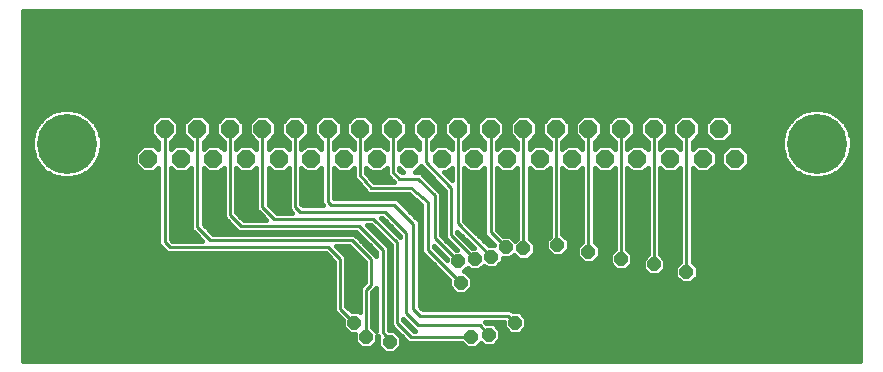
<source format=gbl>
G75*
%MOIN*%
%OFA0B0*%
%FSLAX25Y25*%
%IPPOS*%
%LPD*%
%AMOC8*
5,1,8,0,0,1.08239X$1,22.5*
%
%ADD10OC8,0.06000*%
%ADD11C,0.20000*%
%ADD12OC8,0.04362*%
%ADD13C,0.01000*%
%ADD14C,0.01600*%
D10*
X0056802Y0124239D03*
X0067702Y0124239D03*
X0078502Y0124239D03*
X0089402Y0124239D03*
X0100302Y0124239D03*
X0111102Y0124239D03*
X0122002Y0124239D03*
X0132902Y0124239D03*
X0143702Y0124239D03*
X0154602Y0124239D03*
X0165502Y0124239D03*
X0176302Y0124239D03*
X0187202Y0124239D03*
X0198102Y0124239D03*
X0209002Y0124239D03*
X0219802Y0124239D03*
X0230702Y0124239D03*
X0241602Y0124239D03*
X0252402Y0124239D03*
X0247002Y0134239D03*
X0236102Y0134239D03*
X0225302Y0134239D03*
X0214402Y0134239D03*
X0203502Y0134239D03*
X0192702Y0134239D03*
X0181802Y0134239D03*
X0170902Y0134239D03*
X0160002Y0134239D03*
X0149202Y0134239D03*
X0138302Y0134239D03*
X0127402Y0134239D03*
X0116602Y0134239D03*
X0105702Y0134239D03*
X0094802Y0134239D03*
X0084002Y0134239D03*
X0073102Y0134239D03*
X0062202Y0134239D03*
D11*
X0029602Y0129239D03*
X0279602Y0129239D03*
D12*
X0225302Y0089073D03*
X0214402Y0090771D03*
X0203502Y0093257D03*
X0193185Y0095538D03*
X0181802Y0094392D03*
X0175862Y0094751D03*
X0171138Y0091601D03*
X0165626Y0090814D03*
X0160114Y0090026D03*
X0160902Y0082940D03*
X0179012Y0069554D03*
X0170350Y0065617D03*
X0164445Y0064830D03*
X0137280Y0063255D03*
X0129406Y0064830D03*
X0125469Y0069554D03*
X0236102Y0086487D03*
D13*
X0236102Y0134239D01*
X0225302Y0134239D02*
X0225302Y0089073D01*
X0214402Y0090771D02*
X0214402Y0134239D01*
X0203502Y0134239D02*
X0203502Y0093257D01*
X0193185Y0095538D02*
X0192702Y0096021D01*
X0192702Y0134239D01*
X0181802Y0134239D02*
X0181802Y0094392D01*
X0175862Y0094751D02*
X0170902Y0099711D01*
X0170902Y0134239D01*
X0160002Y0134239D02*
X0160002Y0102737D01*
X0171138Y0091601D01*
X0165626Y0090814D02*
X0157752Y0098688D01*
X0157752Y0114436D01*
X0149202Y0122985D01*
X0149202Y0134239D01*
X0138302Y0134239D02*
X0138302Y0119712D01*
X0140429Y0117585D01*
X0146728Y0117585D01*
X0152240Y0112074D01*
X0152240Y0097900D01*
X0160114Y0090026D01*
X0160902Y0082940D02*
X0149878Y0093963D01*
X0149878Y0109711D01*
X0144366Y0114436D01*
X0130980Y0114436D01*
X0127402Y0118801D01*
X0127402Y0134239D01*
X0116602Y0134239D02*
X0116602Y0109916D01*
X0117594Y0108924D01*
X0138854Y0108924D01*
X0145154Y0102625D01*
X0145154Y0074278D01*
X0147516Y0071916D01*
X0176650Y0071916D01*
X0179012Y0069554D01*
X0170350Y0065617D02*
X0167201Y0068767D01*
X0146728Y0068767D01*
X0142791Y0072704D01*
X0142791Y0099475D01*
X0135705Y0106562D01*
X0107358Y0106562D01*
X0105702Y0108218D01*
X0105702Y0134239D01*
X0094802Y0134239D02*
X0094802Y0108094D01*
X0098697Y0104200D01*
X0131768Y0104200D01*
X0139642Y0096326D01*
X0139642Y0069554D01*
X0144366Y0064830D01*
X0164445Y0064830D01*
X0137280Y0063255D02*
X0134917Y0066404D01*
X0134917Y0093963D01*
X0127043Y0101837D01*
X0087673Y0101837D01*
X0084002Y0105508D01*
X0084002Y0134239D01*
X0073102Y0134239D02*
X0073102Y0101448D01*
X0077437Y0097113D01*
X0124681Y0097113D01*
X0130980Y0090814D01*
X0130980Y0082152D01*
X0129406Y0080578D01*
X0129406Y0064830D01*
X0125469Y0069554D02*
X0120744Y0074278D01*
X0120744Y0090814D01*
X0116807Y0094751D01*
X0064051Y0094751D01*
X0062202Y0096600D01*
X0062202Y0134239D01*
D14*
X0015170Y0173553D02*
X0015170Y0056893D01*
X0294035Y0056893D01*
X0294035Y0173553D01*
X0015170Y0173553D01*
X0015170Y0172091D02*
X0294035Y0172091D01*
X0294035Y0170492D02*
X0015170Y0170492D01*
X0015170Y0168894D02*
X0294035Y0168894D01*
X0294035Y0167295D02*
X0015170Y0167295D01*
X0015170Y0165697D02*
X0294035Y0165697D01*
X0294035Y0164098D02*
X0015170Y0164098D01*
X0015170Y0162500D02*
X0294035Y0162500D01*
X0294035Y0160901D02*
X0015170Y0160901D01*
X0015170Y0159303D02*
X0294035Y0159303D01*
X0294035Y0157704D02*
X0015170Y0157704D01*
X0015170Y0156106D02*
X0294035Y0156106D01*
X0294035Y0154507D02*
X0015170Y0154507D01*
X0015170Y0152909D02*
X0294035Y0152909D01*
X0294035Y0151310D02*
X0015170Y0151310D01*
X0015170Y0149712D02*
X0294035Y0149712D01*
X0294035Y0148113D02*
X0015170Y0148113D01*
X0015170Y0146515D02*
X0294035Y0146515D01*
X0294035Y0144916D02*
X0015170Y0144916D01*
X0015170Y0143318D02*
X0294035Y0143318D01*
X0294035Y0141719D02*
X0015170Y0141719D01*
X0015170Y0140120D02*
X0025442Y0140120D01*
X0025130Y0140037D02*
X0022488Y0138511D01*
X0020330Y0136354D01*
X0018805Y0133712D01*
X0018015Y0130764D01*
X0018015Y0127713D01*
X0018805Y0124766D01*
X0020330Y0122124D01*
X0022488Y0119967D01*
X0025130Y0118441D01*
X0028077Y0117652D01*
X0031128Y0117652D01*
X0034075Y0118441D01*
X0036717Y0119967D01*
X0038875Y0122124D01*
X0040400Y0124766D01*
X0041190Y0127713D01*
X0041190Y0130764D01*
X0040400Y0133712D01*
X0038875Y0136354D01*
X0036717Y0138511D01*
X0034075Y0140037D01*
X0031128Y0140826D01*
X0028077Y0140826D01*
X0025130Y0140037D01*
X0022506Y0138522D02*
X0015170Y0138522D01*
X0015170Y0136923D02*
X0020900Y0136923D01*
X0019736Y0135325D02*
X0015170Y0135325D01*
X0015170Y0133726D02*
X0018813Y0133726D01*
X0018380Y0132128D02*
X0015170Y0132128D01*
X0015170Y0130529D02*
X0018015Y0130529D01*
X0018015Y0128931D02*
X0015170Y0128931D01*
X0015170Y0127332D02*
X0018117Y0127332D01*
X0018545Y0125734D02*
X0015170Y0125734D01*
X0015170Y0124135D02*
X0019169Y0124135D01*
X0020092Y0122537D02*
X0015170Y0122537D01*
X0015170Y0120938D02*
X0021516Y0120938D01*
X0023573Y0119340D02*
X0015170Y0119340D01*
X0015170Y0117741D02*
X0027742Y0117741D01*
X0031463Y0117741D02*
X0060115Y0117741D01*
X0060115Y0116143D02*
X0015170Y0116143D01*
X0015170Y0114544D02*
X0060115Y0114544D01*
X0060115Y0112946D02*
X0015170Y0112946D01*
X0015170Y0111347D02*
X0060115Y0111347D01*
X0060115Y0109749D02*
X0015170Y0109749D01*
X0015170Y0108150D02*
X0060115Y0108150D01*
X0060115Y0106552D02*
X0015170Y0106552D01*
X0015170Y0104953D02*
X0060115Y0104953D01*
X0060115Y0103355D02*
X0015170Y0103355D01*
X0015170Y0101756D02*
X0060115Y0101756D01*
X0060115Y0100158D02*
X0015170Y0100158D01*
X0015170Y0098559D02*
X0060115Y0098559D01*
X0060115Y0096961D02*
X0015170Y0096961D01*
X0015170Y0095362D02*
X0060488Y0095362D01*
X0060115Y0095735D02*
X0061338Y0094512D01*
X0063187Y0092663D01*
X0115942Y0092663D01*
X0118657Y0089949D01*
X0118657Y0073414D01*
X0119879Y0072191D01*
X0121700Y0070370D01*
X0121700Y0067993D01*
X0123908Y0065785D01*
X0125637Y0065785D01*
X0125637Y0063269D01*
X0127845Y0061061D01*
X0130966Y0061061D01*
X0133174Y0063269D01*
X0133174Y0065196D01*
X0133336Y0065033D01*
X0133511Y0064800D01*
X0133511Y0061694D01*
X0135719Y0059486D01*
X0138840Y0059486D01*
X0141048Y0061694D01*
X0141048Y0064816D01*
X0138840Y0067023D01*
X0137062Y0067023D01*
X0137005Y0067100D01*
X0137005Y0094828D01*
X0129721Y0102112D01*
X0130903Y0102112D01*
X0137554Y0095461D01*
X0137554Y0068689D01*
X0138777Y0067467D01*
X0143502Y0062742D01*
X0161203Y0062742D01*
X0162884Y0061061D01*
X0166006Y0061061D01*
X0167791Y0062847D01*
X0168789Y0061848D01*
X0171911Y0061848D01*
X0174119Y0064056D01*
X0174119Y0067178D01*
X0171911Y0069385D01*
X0169534Y0069385D01*
X0169288Y0069631D01*
X0169288Y0069631D01*
X0169091Y0069829D01*
X0175243Y0069829D01*
X0175243Y0067993D01*
X0177451Y0065785D01*
X0180573Y0065785D01*
X0182780Y0067993D01*
X0182780Y0071115D01*
X0180573Y0073322D01*
X0178195Y0073322D01*
X0177514Y0074004D01*
X0148380Y0074004D01*
X0147241Y0075143D01*
X0147241Y0103489D01*
X0140942Y0109789D01*
X0139719Y0111011D01*
X0118690Y0111011D01*
X0118690Y0121064D01*
X0120102Y0119652D01*
X0123903Y0119652D01*
X0125315Y0121064D01*
X0125315Y0118904D01*
X0125240Y0118147D01*
X0125315Y0118055D01*
X0125315Y0117937D01*
X0125853Y0117398D01*
X0128893Y0113690D01*
X0128893Y0113571D01*
X0129431Y0113033D01*
X0129914Y0112444D01*
X0130032Y0112432D01*
X0130116Y0112348D01*
X0130877Y0112348D01*
X0131635Y0112273D01*
X0131726Y0112348D01*
X0143594Y0112348D01*
X0147791Y0108751D01*
X0147791Y0093099D01*
X0149013Y0091876D01*
X0157133Y0083756D01*
X0157133Y0081379D01*
X0159341Y0079171D01*
X0162463Y0079171D01*
X0164670Y0081379D01*
X0164670Y0084501D01*
X0162463Y0086708D01*
X0162125Y0086708D01*
X0163264Y0087847D01*
X0164065Y0087045D01*
X0167187Y0087045D01*
X0168776Y0088634D01*
X0169577Y0087833D01*
X0172699Y0087833D01*
X0174906Y0090040D01*
X0174906Y0090982D01*
X0177423Y0090982D01*
X0178653Y0092212D01*
X0180241Y0090623D01*
X0183363Y0090623D01*
X0185571Y0092831D01*
X0185571Y0095953D01*
X0183890Y0097634D01*
X0183890Y0121064D01*
X0185302Y0119652D01*
X0189103Y0119652D01*
X0190615Y0121164D01*
X0190615Y0098298D01*
X0189417Y0097099D01*
X0189417Y0093977D01*
X0191624Y0091770D01*
X0194746Y0091770D01*
X0196954Y0093977D01*
X0196954Y0097099D01*
X0194790Y0099263D01*
X0194790Y0121064D01*
X0196202Y0119652D01*
X0200003Y0119652D01*
X0201415Y0121064D01*
X0201415Y0096499D01*
X0199734Y0094818D01*
X0199734Y0091696D01*
X0201941Y0089489D01*
X0205063Y0089489D01*
X0207271Y0091696D01*
X0207271Y0094818D01*
X0205590Y0096499D01*
X0205590Y0121164D01*
X0207102Y0119652D01*
X0210903Y0119652D01*
X0212315Y0121064D01*
X0212315Y0094013D01*
X0210634Y0092332D01*
X0210634Y0089210D01*
X0212841Y0087003D01*
X0215963Y0087003D01*
X0218171Y0089210D01*
X0218171Y0092332D01*
X0216490Y0094013D01*
X0216490Y0121064D01*
X0217902Y0119652D01*
X0221703Y0119652D01*
X0223215Y0121164D01*
X0223215Y0092315D01*
X0221534Y0090634D01*
X0221534Y0087512D01*
X0223741Y0085304D01*
X0226863Y0085304D01*
X0229071Y0087512D01*
X0229071Y0090634D01*
X0227390Y0092315D01*
X0227390Y0121064D01*
X0228802Y0119652D01*
X0232603Y0119652D01*
X0234015Y0121064D01*
X0234015Y0089729D01*
X0232334Y0088048D01*
X0232334Y0084926D01*
X0234541Y0082719D01*
X0237663Y0082719D01*
X0239871Y0084926D01*
X0239871Y0088048D01*
X0238190Y0089729D01*
X0238190Y0121164D01*
X0239702Y0119652D01*
X0243503Y0119652D01*
X0246190Y0122339D01*
X0246190Y0126139D01*
X0243503Y0128826D01*
X0239702Y0128826D01*
X0238190Y0127314D01*
X0238190Y0129839D01*
X0240690Y0132339D01*
X0240690Y0136139D01*
X0238003Y0138826D01*
X0234202Y0138826D01*
X0231515Y0136139D01*
X0231515Y0132339D01*
X0234015Y0129839D01*
X0234015Y0127414D01*
X0232603Y0128826D01*
X0228802Y0128826D01*
X0227390Y0127414D01*
X0227390Y0129839D01*
X0229890Y0132339D01*
X0229890Y0136139D01*
X0227203Y0138826D01*
X0223402Y0138826D01*
X0220715Y0136139D01*
X0220715Y0132339D01*
X0223215Y0129839D01*
X0223215Y0127314D01*
X0221703Y0128826D01*
X0217902Y0128826D01*
X0216490Y0127414D01*
X0216490Y0129839D01*
X0218990Y0132339D01*
X0218990Y0136139D01*
X0216303Y0138826D01*
X0212502Y0138826D01*
X0209815Y0136139D01*
X0209815Y0132339D01*
X0212315Y0129839D01*
X0212315Y0127414D01*
X0210903Y0128826D01*
X0207102Y0128826D01*
X0205590Y0127314D01*
X0205590Y0129839D01*
X0208090Y0132339D01*
X0208090Y0136139D01*
X0205403Y0138826D01*
X0201602Y0138826D01*
X0198915Y0136139D01*
X0198915Y0132339D01*
X0201415Y0129839D01*
X0201415Y0127414D01*
X0200003Y0128826D01*
X0196202Y0128826D01*
X0194790Y0127414D01*
X0194790Y0129839D01*
X0197290Y0132339D01*
X0197290Y0136139D01*
X0194603Y0138826D01*
X0190802Y0138826D01*
X0188115Y0136139D01*
X0188115Y0132339D01*
X0190615Y0129839D01*
X0190615Y0127314D01*
X0189103Y0128826D01*
X0185302Y0128826D01*
X0183890Y0127414D01*
X0183890Y0129839D01*
X0186390Y0132339D01*
X0186390Y0136139D01*
X0183703Y0138826D01*
X0179902Y0138826D01*
X0177215Y0136139D01*
X0177215Y0132339D01*
X0179715Y0129839D01*
X0179715Y0127314D01*
X0178203Y0128826D01*
X0174402Y0128826D01*
X0172990Y0127414D01*
X0172990Y0129839D01*
X0175490Y0132339D01*
X0175490Y0136139D01*
X0172803Y0138826D01*
X0169002Y0138826D01*
X0166315Y0136139D01*
X0166315Y0132339D01*
X0168815Y0129839D01*
X0168815Y0127414D01*
X0167403Y0128826D01*
X0163602Y0128826D01*
X0162090Y0127314D01*
X0162090Y0129839D01*
X0164590Y0132339D01*
X0164590Y0136139D01*
X0161903Y0138826D01*
X0158102Y0138826D01*
X0155415Y0136139D01*
X0155415Y0132339D01*
X0157915Y0129839D01*
X0157915Y0127414D01*
X0156503Y0128826D01*
X0152702Y0128826D01*
X0151290Y0127414D01*
X0151290Y0129839D01*
X0153790Y0132339D01*
X0153790Y0136139D01*
X0151103Y0138826D01*
X0147302Y0138826D01*
X0144615Y0136139D01*
X0144615Y0132339D01*
X0147115Y0129839D01*
X0147115Y0127314D01*
X0145603Y0128826D01*
X0141802Y0128826D01*
X0140390Y0127414D01*
X0140390Y0129839D01*
X0142890Y0132339D01*
X0142890Y0136139D01*
X0140203Y0138826D01*
X0136402Y0138826D01*
X0133715Y0136139D01*
X0133715Y0132339D01*
X0136215Y0129839D01*
X0136215Y0127414D01*
X0134803Y0128826D01*
X0131002Y0128826D01*
X0129490Y0127314D01*
X0129490Y0129839D01*
X0131990Y0132339D01*
X0131990Y0136139D01*
X0129303Y0138826D01*
X0125502Y0138826D01*
X0122815Y0136139D01*
X0122815Y0132339D01*
X0125315Y0129839D01*
X0125315Y0127414D01*
X0123903Y0128826D01*
X0120102Y0128826D01*
X0118690Y0127414D01*
X0118690Y0129839D01*
X0121190Y0132339D01*
X0121190Y0136139D01*
X0118503Y0138826D01*
X0114702Y0138826D01*
X0112015Y0136139D01*
X0112015Y0132339D01*
X0114515Y0129839D01*
X0114515Y0127314D01*
X0113003Y0128826D01*
X0109202Y0128826D01*
X0107790Y0127414D01*
X0107790Y0129839D01*
X0110290Y0132339D01*
X0110290Y0136139D01*
X0107603Y0138826D01*
X0103802Y0138826D01*
X0101115Y0136139D01*
X0101115Y0132339D01*
X0103615Y0129839D01*
X0103615Y0127414D01*
X0102203Y0128826D01*
X0098402Y0128826D01*
X0096890Y0127314D01*
X0096890Y0129839D01*
X0099390Y0132339D01*
X0099390Y0136139D01*
X0096703Y0138826D01*
X0092902Y0138826D01*
X0090215Y0136139D01*
X0090215Y0132339D01*
X0092715Y0129839D01*
X0092715Y0127414D01*
X0091303Y0128826D01*
X0087502Y0128826D01*
X0086090Y0127414D01*
X0086090Y0129839D01*
X0088590Y0132339D01*
X0088590Y0136139D01*
X0085903Y0138826D01*
X0082102Y0138826D01*
X0079415Y0136139D01*
X0079415Y0132339D01*
X0081915Y0129839D01*
X0081915Y0127314D01*
X0080403Y0128826D01*
X0076602Y0128826D01*
X0075190Y0127414D01*
X0075190Y0129839D01*
X0077690Y0132339D01*
X0077690Y0136139D01*
X0075003Y0138826D01*
X0071202Y0138826D01*
X0068515Y0136139D01*
X0068515Y0132339D01*
X0071015Y0129839D01*
X0071015Y0127414D01*
X0069603Y0128826D01*
X0065802Y0128826D01*
X0064290Y0127314D01*
X0064290Y0129839D01*
X0066790Y0132339D01*
X0066790Y0136139D01*
X0064103Y0138826D01*
X0060302Y0138826D01*
X0057615Y0136139D01*
X0057615Y0132339D01*
X0060115Y0129839D01*
X0060115Y0127414D01*
X0058703Y0128826D01*
X0054902Y0128826D01*
X0052215Y0126139D01*
X0052215Y0122339D01*
X0054902Y0119652D01*
X0058703Y0119652D01*
X0060115Y0121064D01*
X0060115Y0095735D01*
X0062086Y0093764D02*
X0015170Y0093764D01*
X0015170Y0092165D02*
X0116441Y0092165D01*
X0118039Y0090567D02*
X0015170Y0090567D01*
X0015170Y0088968D02*
X0118657Y0088968D01*
X0118657Y0087370D02*
X0015170Y0087370D01*
X0015170Y0085771D02*
X0118657Y0085771D01*
X0118657Y0084173D02*
X0015170Y0084173D01*
X0015170Y0082574D02*
X0118657Y0082574D01*
X0118657Y0080976D02*
X0015170Y0080976D01*
X0015170Y0079377D02*
X0118657Y0079377D01*
X0118657Y0077779D02*
X0015170Y0077779D01*
X0015170Y0076180D02*
X0118657Y0076180D01*
X0118657Y0074582D02*
X0015170Y0074582D01*
X0015170Y0072983D02*
X0119087Y0072983D01*
X0120686Y0071384D02*
X0015170Y0071384D01*
X0015170Y0069786D02*
X0121700Y0069786D01*
X0121700Y0068187D02*
X0015170Y0068187D01*
X0015170Y0066589D02*
X0123104Y0066589D01*
X0125637Y0064990D02*
X0015170Y0064990D01*
X0015170Y0063392D02*
X0125637Y0063392D01*
X0127112Y0061793D02*
X0015170Y0061793D01*
X0015170Y0060195D02*
X0135010Y0060195D01*
X0133511Y0061793D02*
X0131699Y0061793D01*
X0133174Y0063392D02*
X0133511Y0063392D01*
X0133368Y0064990D02*
X0133174Y0064990D01*
X0132830Y0066735D02*
X0131493Y0068072D01*
X0131493Y0079713D01*
X0131845Y0080065D01*
X0132830Y0081050D01*
X0132830Y0066735D01*
X0132830Y0068187D02*
X0131493Y0068187D01*
X0131493Y0069786D02*
X0132830Y0069786D01*
X0132830Y0071384D02*
X0131493Y0071384D01*
X0131493Y0072983D02*
X0132830Y0072983D01*
X0132830Y0074582D02*
X0131493Y0074582D01*
X0131493Y0076180D02*
X0132830Y0076180D01*
X0132830Y0077779D02*
X0131493Y0077779D01*
X0131493Y0079377D02*
X0132830Y0079377D01*
X0132830Y0080976D02*
X0132756Y0080976D01*
X0137005Y0080976D02*
X0137554Y0080976D01*
X0137554Y0082574D02*
X0137005Y0082574D01*
X0137005Y0084173D02*
X0137554Y0084173D01*
X0137554Y0085771D02*
X0137005Y0085771D01*
X0137005Y0087370D02*
X0137554Y0087370D01*
X0137554Y0088968D02*
X0137005Y0088968D01*
X0137005Y0090567D02*
X0137554Y0090567D01*
X0137554Y0092165D02*
X0137005Y0092165D01*
X0137005Y0093764D02*
X0137554Y0093764D01*
X0137554Y0095362D02*
X0136471Y0095362D01*
X0136055Y0096961D02*
X0134872Y0096961D01*
X0134456Y0098559D02*
X0133274Y0098559D01*
X0132858Y0100158D02*
X0131675Y0100158D01*
X0131259Y0101756D02*
X0130077Y0101756D01*
X0127369Y0098559D02*
X0126187Y0098559D01*
X0125546Y0099200D02*
X0078302Y0099200D01*
X0075190Y0102312D01*
X0075190Y0121064D01*
X0076602Y0119652D01*
X0080403Y0119652D01*
X0081915Y0121164D01*
X0081915Y0104644D01*
X0083138Y0103421D01*
X0086809Y0099750D01*
X0126179Y0099750D01*
X0132830Y0093099D01*
X0132830Y0091916D01*
X0131845Y0092901D01*
X0125546Y0099200D01*
X0127785Y0096961D02*
X0128968Y0096961D01*
X0129384Y0095362D02*
X0130566Y0095362D01*
X0130982Y0093764D02*
X0132165Y0093764D01*
X0132581Y0092165D02*
X0132830Y0092165D01*
X0128893Y0089949D02*
X0128893Y0083017D01*
X0127318Y0081442D01*
X0127318Y0073034D01*
X0127029Y0073322D01*
X0124652Y0073322D01*
X0122831Y0075143D01*
X0122831Y0091678D01*
X0119484Y0095026D01*
X0123816Y0095026D01*
X0128893Y0089949D01*
X0128275Y0090567D02*
X0122831Y0090567D01*
X0122831Y0088968D02*
X0128893Y0088968D01*
X0128893Y0087370D02*
X0122831Y0087370D01*
X0122831Y0085771D02*
X0128893Y0085771D01*
X0128893Y0084173D02*
X0122831Y0084173D01*
X0122831Y0082574D02*
X0128450Y0082574D01*
X0127318Y0080976D02*
X0122831Y0080976D01*
X0122831Y0079377D02*
X0127318Y0079377D01*
X0127318Y0077779D02*
X0122831Y0077779D01*
X0122831Y0076180D02*
X0127318Y0076180D01*
X0127318Y0074582D02*
X0123393Y0074582D01*
X0137005Y0074582D02*
X0137554Y0074582D01*
X0137554Y0076180D02*
X0137005Y0076180D01*
X0137005Y0077779D02*
X0137554Y0077779D01*
X0137554Y0079377D02*
X0137005Y0079377D01*
X0137005Y0072983D02*
X0137554Y0072983D01*
X0137554Y0071384D02*
X0137005Y0071384D01*
X0137005Y0069786D02*
X0137554Y0069786D01*
X0138056Y0068187D02*
X0137005Y0068187D01*
X0139275Y0066589D02*
X0139655Y0066589D01*
X0140873Y0064990D02*
X0141253Y0064990D01*
X0141048Y0063392D02*
X0142852Y0063392D01*
X0141048Y0061793D02*
X0162152Y0061793D01*
X0166738Y0061793D02*
X0294035Y0061793D01*
X0294035Y0060195D02*
X0139549Y0060195D01*
X0145231Y0066917D02*
X0145626Y0066917D01*
X0141927Y0070616D01*
X0141729Y0070814D01*
X0141729Y0070419D01*
X0145231Y0066917D01*
X0144355Y0068187D02*
X0143960Y0068187D01*
X0142757Y0069786D02*
X0142362Y0069786D01*
X0147802Y0074582D02*
X0294035Y0074582D01*
X0294035Y0076180D02*
X0147241Y0076180D01*
X0147241Y0077779D02*
X0294035Y0077779D01*
X0294035Y0079377D02*
X0162668Y0079377D01*
X0164267Y0080976D02*
X0294035Y0080976D01*
X0294035Y0082574D02*
X0164670Y0082574D01*
X0164670Y0084173D02*
X0233087Y0084173D01*
X0232334Y0085771D02*
X0227330Y0085771D01*
X0228929Y0087370D02*
X0232334Y0087370D01*
X0233254Y0088968D02*
X0229071Y0088968D01*
X0229071Y0090567D02*
X0234015Y0090567D01*
X0234015Y0092165D02*
X0227539Y0092165D01*
X0227390Y0093764D02*
X0234015Y0093764D01*
X0234015Y0095362D02*
X0227390Y0095362D01*
X0227390Y0096961D02*
X0234015Y0096961D01*
X0234015Y0098559D02*
X0227390Y0098559D01*
X0227390Y0100158D02*
X0234015Y0100158D01*
X0234015Y0101756D02*
X0227390Y0101756D01*
X0227390Y0103355D02*
X0234015Y0103355D01*
X0234015Y0104953D02*
X0227390Y0104953D01*
X0227390Y0106552D02*
X0234015Y0106552D01*
X0234015Y0108150D02*
X0227390Y0108150D01*
X0227390Y0109749D02*
X0234015Y0109749D01*
X0234015Y0111347D02*
X0227390Y0111347D01*
X0227390Y0112946D02*
X0234015Y0112946D01*
X0234015Y0114544D02*
X0227390Y0114544D01*
X0227390Y0116143D02*
X0234015Y0116143D01*
X0234015Y0117741D02*
X0227390Y0117741D01*
X0227390Y0119340D02*
X0234015Y0119340D01*
X0234015Y0120938D02*
X0233889Y0120938D01*
X0238190Y0120938D02*
X0238415Y0120938D01*
X0238190Y0119340D02*
X0273573Y0119340D01*
X0272488Y0119967D02*
X0275130Y0118441D01*
X0278077Y0117652D01*
X0281128Y0117652D01*
X0284075Y0118441D01*
X0286717Y0119967D01*
X0288875Y0122124D01*
X0290400Y0124766D01*
X0291190Y0127713D01*
X0291190Y0130764D01*
X0290400Y0133712D01*
X0288875Y0136354D01*
X0286717Y0138511D01*
X0284075Y0140037D01*
X0281128Y0140826D01*
X0278077Y0140826D01*
X0275130Y0140037D01*
X0272488Y0138511D01*
X0270330Y0136354D01*
X0268805Y0133712D01*
X0268015Y0130764D01*
X0268015Y0127713D01*
X0268805Y0124766D01*
X0270330Y0122124D01*
X0272488Y0119967D01*
X0271516Y0120938D02*
X0255589Y0120938D01*
X0254303Y0119652D02*
X0250502Y0119652D01*
X0247815Y0122339D01*
X0247815Y0126139D01*
X0250502Y0128826D01*
X0254303Y0128826D01*
X0256990Y0126139D01*
X0256990Y0122339D01*
X0254303Y0119652D01*
X0256990Y0122537D02*
X0270092Y0122537D01*
X0269169Y0124135D02*
X0256990Y0124135D01*
X0256990Y0125734D02*
X0268545Y0125734D01*
X0268117Y0127332D02*
X0255796Y0127332D01*
X0251379Y0132128D02*
X0268380Y0132128D01*
X0268015Y0130529D02*
X0249780Y0130529D01*
X0248903Y0129652D02*
X0251590Y0132339D01*
X0251590Y0136139D01*
X0248903Y0138826D01*
X0245102Y0138826D01*
X0242415Y0136139D01*
X0242415Y0132339D01*
X0245102Y0129652D01*
X0248903Y0129652D01*
X0249008Y0127332D02*
X0244996Y0127332D01*
X0246190Y0125734D02*
X0247815Y0125734D01*
X0247815Y0124135D02*
X0246190Y0124135D01*
X0246190Y0122537D02*
X0247815Y0122537D01*
X0249215Y0120938D02*
X0244789Y0120938D01*
X0238190Y0117741D02*
X0277742Y0117741D01*
X0281463Y0117741D02*
X0294035Y0117741D01*
X0294035Y0116143D02*
X0238190Y0116143D01*
X0238190Y0114544D02*
X0294035Y0114544D01*
X0294035Y0112946D02*
X0238190Y0112946D01*
X0238190Y0111347D02*
X0294035Y0111347D01*
X0294035Y0109749D02*
X0238190Y0109749D01*
X0238190Y0108150D02*
X0294035Y0108150D01*
X0294035Y0106552D02*
X0238190Y0106552D01*
X0238190Y0104953D02*
X0294035Y0104953D01*
X0294035Y0103355D02*
X0238190Y0103355D01*
X0238190Y0101756D02*
X0294035Y0101756D01*
X0294035Y0100158D02*
X0238190Y0100158D01*
X0238190Y0098559D02*
X0294035Y0098559D01*
X0294035Y0096961D02*
X0238190Y0096961D01*
X0238190Y0095362D02*
X0294035Y0095362D01*
X0294035Y0093764D02*
X0238190Y0093764D01*
X0238190Y0092165D02*
X0294035Y0092165D01*
X0294035Y0090567D02*
X0238190Y0090567D01*
X0238951Y0088968D02*
X0294035Y0088968D01*
X0294035Y0087370D02*
X0239871Y0087370D01*
X0239871Y0085771D02*
X0294035Y0085771D01*
X0294035Y0084173D02*
X0239117Y0084173D01*
X0223275Y0085771D02*
X0163400Y0085771D01*
X0163741Y0087370D02*
X0162787Y0087370D01*
X0167511Y0087370D02*
X0212475Y0087370D01*
X0210876Y0088968D02*
X0173834Y0088968D01*
X0174906Y0090567D02*
X0200863Y0090567D01*
X0199734Y0092165D02*
X0195141Y0092165D01*
X0196740Y0093764D02*
X0199734Y0093764D01*
X0200278Y0095362D02*
X0196954Y0095362D01*
X0196954Y0096961D02*
X0201415Y0096961D01*
X0201415Y0098559D02*
X0195493Y0098559D01*
X0194790Y0100158D02*
X0201415Y0100158D01*
X0201415Y0101756D02*
X0194790Y0101756D01*
X0194790Y0103355D02*
X0201415Y0103355D01*
X0201415Y0104953D02*
X0194790Y0104953D01*
X0194790Y0106552D02*
X0201415Y0106552D01*
X0201415Y0108150D02*
X0194790Y0108150D01*
X0194790Y0109749D02*
X0201415Y0109749D01*
X0201415Y0111347D02*
X0194790Y0111347D01*
X0194790Y0112946D02*
X0201415Y0112946D01*
X0201415Y0114544D02*
X0194790Y0114544D01*
X0194790Y0116143D02*
X0201415Y0116143D01*
X0201415Y0117741D02*
X0194790Y0117741D01*
X0194790Y0119340D02*
X0201415Y0119340D01*
X0201415Y0120938D02*
X0201289Y0120938D01*
X0205590Y0120938D02*
X0205815Y0120938D01*
X0205590Y0119340D02*
X0212315Y0119340D01*
X0212315Y0120938D02*
X0212189Y0120938D01*
X0216490Y0120938D02*
X0216615Y0120938D01*
X0216490Y0119340D02*
X0223215Y0119340D01*
X0223215Y0120938D02*
X0222989Y0120938D01*
X0223215Y0117741D02*
X0216490Y0117741D01*
X0216490Y0116143D02*
X0223215Y0116143D01*
X0223215Y0114544D02*
X0216490Y0114544D01*
X0216490Y0112946D02*
X0223215Y0112946D01*
X0223215Y0111347D02*
X0216490Y0111347D01*
X0216490Y0109749D02*
X0223215Y0109749D01*
X0223215Y0108150D02*
X0216490Y0108150D01*
X0216490Y0106552D02*
X0223215Y0106552D01*
X0223215Y0104953D02*
X0216490Y0104953D01*
X0216490Y0103355D02*
X0223215Y0103355D01*
X0223215Y0101756D02*
X0216490Y0101756D01*
X0216490Y0100158D02*
X0223215Y0100158D01*
X0223215Y0098559D02*
X0216490Y0098559D01*
X0216490Y0096961D02*
X0223215Y0096961D01*
X0223215Y0095362D02*
X0216490Y0095362D01*
X0216739Y0093764D02*
X0223215Y0093764D01*
X0223065Y0092165D02*
X0218171Y0092165D01*
X0218171Y0090567D02*
X0221534Y0090567D01*
X0221534Y0088968D02*
X0217929Y0088968D01*
X0216330Y0087370D02*
X0221676Y0087370D01*
X0212065Y0093764D02*
X0207271Y0093764D01*
X0207271Y0092165D02*
X0210634Y0092165D01*
X0210634Y0090567D02*
X0206141Y0090567D01*
X0206727Y0095362D02*
X0212315Y0095362D01*
X0212315Y0096961D02*
X0205590Y0096961D01*
X0205590Y0098559D02*
X0212315Y0098559D01*
X0212315Y0100158D02*
X0205590Y0100158D01*
X0205590Y0101756D02*
X0212315Y0101756D01*
X0212315Y0103355D02*
X0205590Y0103355D01*
X0205590Y0104953D02*
X0212315Y0104953D01*
X0212315Y0106552D02*
X0205590Y0106552D01*
X0205590Y0108150D02*
X0212315Y0108150D01*
X0212315Y0109749D02*
X0205590Y0109749D01*
X0205590Y0111347D02*
X0212315Y0111347D01*
X0212315Y0112946D02*
X0205590Y0112946D01*
X0205590Y0114544D02*
X0212315Y0114544D01*
X0212315Y0116143D02*
X0205590Y0116143D01*
X0205590Y0117741D02*
X0212315Y0117741D01*
X0205608Y0127332D02*
X0205590Y0127332D01*
X0205590Y0128931D02*
X0212315Y0128931D01*
X0211624Y0130529D02*
X0206280Y0130529D01*
X0207879Y0132128D02*
X0210026Y0132128D01*
X0209815Y0133726D02*
X0208090Y0133726D01*
X0208090Y0135325D02*
X0209815Y0135325D01*
X0210599Y0136923D02*
X0207305Y0136923D01*
X0205707Y0138522D02*
X0212198Y0138522D01*
X0216607Y0138522D02*
X0223098Y0138522D01*
X0221499Y0136923D02*
X0218205Y0136923D01*
X0218990Y0135325D02*
X0220715Y0135325D01*
X0220715Y0133726D02*
X0218990Y0133726D01*
X0218779Y0132128D02*
X0220926Y0132128D01*
X0222524Y0130529D02*
X0217180Y0130529D01*
X0216490Y0128931D02*
X0223215Y0128931D01*
X0223196Y0127332D02*
X0223215Y0127332D01*
X0227390Y0128931D02*
X0234015Y0128931D01*
X0233324Y0130529D02*
X0228080Y0130529D01*
X0229679Y0132128D02*
X0231726Y0132128D01*
X0231515Y0133726D02*
X0229890Y0133726D01*
X0229890Y0135325D02*
X0231515Y0135325D01*
X0232299Y0136923D02*
X0229105Y0136923D01*
X0227507Y0138522D02*
X0233898Y0138522D01*
X0238307Y0138522D02*
X0244798Y0138522D01*
X0243199Y0136923D02*
X0239905Y0136923D01*
X0240690Y0135325D02*
X0242415Y0135325D01*
X0242415Y0133726D02*
X0240690Y0133726D01*
X0240479Y0132128D02*
X0242626Y0132128D01*
X0244224Y0130529D02*
X0238880Y0130529D01*
X0238190Y0128931D02*
X0268015Y0128931D01*
X0268813Y0133726D02*
X0251590Y0133726D01*
X0251590Y0135325D02*
X0269736Y0135325D01*
X0270900Y0136923D02*
X0250805Y0136923D01*
X0249207Y0138522D02*
X0272506Y0138522D01*
X0275442Y0140120D02*
X0033762Y0140120D01*
X0036699Y0138522D02*
X0059998Y0138522D01*
X0058399Y0136923D02*
X0038305Y0136923D01*
X0039469Y0135325D02*
X0057615Y0135325D01*
X0057615Y0133726D02*
X0040391Y0133726D01*
X0040824Y0132128D02*
X0057826Y0132128D01*
X0059424Y0130529D02*
X0041190Y0130529D01*
X0041190Y0128931D02*
X0060115Y0128931D01*
X0064290Y0128931D02*
X0071015Y0128931D01*
X0070324Y0130529D02*
X0064980Y0130529D01*
X0066579Y0132128D02*
X0068726Y0132128D01*
X0068515Y0133726D02*
X0066790Y0133726D01*
X0066790Y0135325D02*
X0068515Y0135325D01*
X0069299Y0136923D02*
X0066005Y0136923D01*
X0064407Y0138522D02*
X0070898Y0138522D01*
X0075307Y0138522D02*
X0081798Y0138522D01*
X0080199Y0136923D02*
X0076905Y0136923D01*
X0077690Y0135325D02*
X0079415Y0135325D01*
X0079415Y0133726D02*
X0077690Y0133726D01*
X0077479Y0132128D02*
X0079626Y0132128D01*
X0081224Y0130529D02*
X0075880Y0130529D01*
X0075190Y0128931D02*
X0081915Y0128931D01*
X0081896Y0127332D02*
X0081915Y0127332D01*
X0086090Y0128931D02*
X0092715Y0128931D01*
X0092024Y0130529D02*
X0086780Y0130529D01*
X0088379Y0132128D02*
X0090426Y0132128D01*
X0090215Y0133726D02*
X0088590Y0133726D01*
X0088590Y0135325D02*
X0090215Y0135325D01*
X0090999Y0136923D02*
X0087805Y0136923D01*
X0086207Y0138522D02*
X0092598Y0138522D01*
X0097007Y0138522D02*
X0103498Y0138522D01*
X0101899Y0136923D02*
X0098605Y0136923D01*
X0099390Y0135325D02*
X0101115Y0135325D01*
X0101115Y0133726D02*
X0099390Y0133726D01*
X0099179Y0132128D02*
X0101326Y0132128D01*
X0102924Y0130529D02*
X0097580Y0130529D01*
X0096890Y0128931D02*
X0103615Y0128931D01*
X0107790Y0128931D02*
X0114515Y0128931D01*
X0114496Y0127332D02*
X0114515Y0127332D01*
X0113824Y0130529D02*
X0108480Y0130529D01*
X0110079Y0132128D02*
X0112226Y0132128D01*
X0112015Y0133726D02*
X0110290Y0133726D01*
X0110290Y0135325D02*
X0112015Y0135325D01*
X0112799Y0136923D02*
X0109505Y0136923D01*
X0107907Y0138522D02*
X0114398Y0138522D01*
X0118807Y0138522D02*
X0125198Y0138522D01*
X0123599Y0136923D02*
X0120405Y0136923D01*
X0121190Y0135325D02*
X0122815Y0135325D01*
X0122815Y0133726D02*
X0121190Y0133726D01*
X0120979Y0132128D02*
X0123026Y0132128D01*
X0124624Y0130529D02*
X0119380Y0130529D01*
X0118690Y0128931D02*
X0125315Y0128931D01*
X0129490Y0128931D02*
X0136215Y0128931D01*
X0135524Y0130529D02*
X0130180Y0130529D01*
X0131779Y0132128D02*
X0133926Y0132128D01*
X0133715Y0133726D02*
X0131990Y0133726D01*
X0131990Y0135325D02*
X0133715Y0135325D01*
X0134499Y0136923D02*
X0131205Y0136923D01*
X0129607Y0138522D02*
X0136098Y0138522D01*
X0140507Y0138522D02*
X0146998Y0138522D01*
X0145399Y0136923D02*
X0142105Y0136923D01*
X0142890Y0135325D02*
X0144615Y0135325D01*
X0144615Y0133726D02*
X0142890Y0133726D01*
X0142679Y0132128D02*
X0144826Y0132128D01*
X0146424Y0130529D02*
X0141080Y0130529D01*
X0140390Y0128931D02*
X0147115Y0128931D01*
X0147096Y0127332D02*
X0147115Y0127332D01*
X0151290Y0128931D02*
X0157915Y0128931D01*
X0157224Y0130529D02*
X0151980Y0130529D01*
X0153579Y0132128D02*
X0155626Y0132128D01*
X0155415Y0133726D02*
X0153790Y0133726D01*
X0153790Y0135325D02*
X0155415Y0135325D01*
X0156199Y0136923D02*
X0153005Y0136923D01*
X0151407Y0138522D02*
X0157798Y0138522D01*
X0162207Y0138522D02*
X0168698Y0138522D01*
X0167099Y0136923D02*
X0163805Y0136923D01*
X0164590Y0135325D02*
X0166315Y0135325D01*
X0166315Y0133726D02*
X0164590Y0133726D01*
X0164379Y0132128D02*
X0166526Y0132128D01*
X0168124Y0130529D02*
X0162780Y0130529D01*
X0162090Y0128931D02*
X0168815Y0128931D01*
X0172990Y0128931D02*
X0179715Y0128931D01*
X0179696Y0127332D02*
X0179715Y0127332D01*
X0179024Y0130529D02*
X0173680Y0130529D01*
X0175279Y0132128D02*
X0177426Y0132128D01*
X0177215Y0133726D02*
X0175490Y0133726D01*
X0175490Y0135325D02*
X0177215Y0135325D01*
X0177999Y0136923D02*
X0174705Y0136923D01*
X0173107Y0138522D02*
X0179598Y0138522D01*
X0184007Y0138522D02*
X0190498Y0138522D01*
X0188899Y0136923D02*
X0185605Y0136923D01*
X0186390Y0135325D02*
X0188115Y0135325D01*
X0188115Y0133726D02*
X0186390Y0133726D01*
X0186179Y0132128D02*
X0188326Y0132128D01*
X0189924Y0130529D02*
X0184580Y0130529D01*
X0183890Y0128931D02*
X0190615Y0128931D01*
X0190596Y0127332D02*
X0190615Y0127332D01*
X0194790Y0128931D02*
X0201415Y0128931D01*
X0200724Y0130529D02*
X0195480Y0130529D01*
X0197079Y0132128D02*
X0199126Y0132128D01*
X0198915Y0133726D02*
X0197290Y0133726D01*
X0197290Y0135325D02*
X0198915Y0135325D01*
X0199699Y0136923D02*
X0196505Y0136923D01*
X0194907Y0138522D02*
X0201298Y0138522D01*
X0194915Y0120938D02*
X0194790Y0120938D01*
X0190615Y0120938D02*
X0190389Y0120938D01*
X0190615Y0119340D02*
X0183890Y0119340D01*
X0183890Y0120938D02*
X0184015Y0120938D01*
X0179715Y0120938D02*
X0179489Y0120938D01*
X0179715Y0121164D02*
X0179715Y0097634D01*
X0179012Y0096931D01*
X0177423Y0098519D01*
X0175046Y0098519D01*
X0172990Y0100575D01*
X0172990Y0121064D01*
X0174402Y0119652D01*
X0178203Y0119652D01*
X0179715Y0121164D01*
X0179715Y0119340D02*
X0172990Y0119340D01*
X0172990Y0120938D02*
X0173115Y0120938D01*
X0172990Y0117741D02*
X0179715Y0117741D01*
X0179715Y0116143D02*
X0172990Y0116143D01*
X0172990Y0114544D02*
X0179715Y0114544D01*
X0179715Y0112946D02*
X0172990Y0112946D01*
X0172990Y0111347D02*
X0179715Y0111347D01*
X0179715Y0109749D02*
X0172990Y0109749D01*
X0172990Y0108150D02*
X0179715Y0108150D01*
X0179715Y0106552D02*
X0172990Y0106552D01*
X0172990Y0104953D02*
X0179715Y0104953D01*
X0179715Y0103355D02*
X0172990Y0103355D01*
X0172990Y0101756D02*
X0179715Y0101756D01*
X0179715Y0100158D02*
X0173407Y0100158D01*
X0175006Y0098559D02*
X0179715Y0098559D01*
X0179042Y0096961D02*
X0178982Y0096961D01*
X0183890Y0098559D02*
X0190615Y0098559D01*
X0190615Y0100158D02*
X0183890Y0100158D01*
X0183890Y0101756D02*
X0190615Y0101756D01*
X0190615Y0103355D02*
X0183890Y0103355D01*
X0183890Y0104953D02*
X0190615Y0104953D01*
X0190615Y0106552D02*
X0183890Y0106552D01*
X0183890Y0108150D02*
X0190615Y0108150D01*
X0190615Y0109749D02*
X0183890Y0109749D01*
X0183890Y0111347D02*
X0190615Y0111347D01*
X0190615Y0112946D02*
X0183890Y0112946D01*
X0183890Y0114544D02*
X0190615Y0114544D01*
X0190615Y0116143D02*
X0183890Y0116143D01*
X0183890Y0117741D02*
X0190615Y0117741D01*
X0168815Y0117741D02*
X0162090Y0117741D01*
X0162090Y0116143D02*
X0168815Y0116143D01*
X0168815Y0114544D02*
X0162090Y0114544D01*
X0162090Y0112946D02*
X0168815Y0112946D01*
X0168815Y0111347D02*
X0162090Y0111347D01*
X0162090Y0109749D02*
X0168815Y0109749D01*
X0168815Y0108150D02*
X0162090Y0108150D01*
X0162090Y0106552D02*
X0168815Y0106552D01*
X0168815Y0104953D02*
X0162090Y0104953D01*
X0162090Y0103601D02*
X0162090Y0121164D01*
X0163602Y0119652D01*
X0167403Y0119652D01*
X0168815Y0121064D01*
X0168815Y0098846D01*
X0170038Y0097623D01*
X0172094Y0095567D01*
X0172094Y0095370D01*
X0170321Y0095370D01*
X0162090Y0103601D01*
X0162336Y0103355D02*
X0168815Y0103355D01*
X0168815Y0101756D02*
X0163935Y0101756D01*
X0165533Y0100158D02*
X0168815Y0100158D01*
X0169102Y0098559D02*
X0167132Y0098559D01*
X0168730Y0096961D02*
X0170700Y0096961D01*
X0165205Y0094582D02*
X0164810Y0094582D01*
X0159839Y0099552D01*
X0159839Y0099948D01*
X0165205Y0094582D01*
X0164425Y0095362D02*
X0164030Y0095362D01*
X0162826Y0096961D02*
X0162431Y0096961D01*
X0161228Y0098559D02*
X0160833Y0098559D01*
X0156887Y0096600D02*
X0159693Y0093795D01*
X0159298Y0093795D01*
X0154328Y0098765D01*
X0154328Y0112938D01*
X0148816Y0118450D01*
X0147593Y0119673D01*
X0145624Y0119673D01*
X0147593Y0121642D01*
X0155665Y0113571D01*
X0155665Y0097823D01*
X0156887Y0096600D01*
X0156527Y0096961D02*
X0156132Y0096961D01*
X0155665Y0098559D02*
X0154533Y0098559D01*
X0154328Y0100158D02*
X0155665Y0100158D01*
X0155665Y0101756D02*
X0154328Y0101756D01*
X0154328Y0103355D02*
X0155665Y0103355D01*
X0155665Y0104953D02*
X0154328Y0104953D01*
X0154328Y0106552D02*
X0155665Y0106552D01*
X0155665Y0108150D02*
X0154328Y0108150D01*
X0154328Y0109749D02*
X0155665Y0109749D01*
X0155665Y0111347D02*
X0154328Y0111347D01*
X0154320Y0112946D02*
X0155665Y0112946D01*
X0154691Y0114544D02*
X0152721Y0114544D01*
X0153093Y0116143D02*
X0151123Y0116143D01*
X0151494Y0117741D02*
X0149524Y0117741D01*
X0149896Y0119340D02*
X0147926Y0119340D01*
X0148297Y0120938D02*
X0146889Y0120938D01*
X0141781Y0119673D02*
X0140390Y0121064D01*
X0140390Y0120577D01*
X0141294Y0119673D01*
X0141781Y0119673D01*
X0140515Y0120938D02*
X0140390Y0120938D01*
X0136215Y0120938D02*
X0136089Y0120938D01*
X0136215Y0121064D02*
X0136215Y0118848D01*
X0137438Y0117625D01*
X0138539Y0116523D01*
X0131968Y0116523D01*
X0129490Y0119547D01*
X0129490Y0121164D01*
X0131002Y0119652D01*
X0134803Y0119652D01*
X0136215Y0121064D01*
X0136215Y0119340D02*
X0129660Y0119340D01*
X0129715Y0120938D02*
X0129490Y0120938D01*
X0125315Y0120938D02*
X0125189Y0120938D01*
X0125315Y0119340D02*
X0118690Y0119340D01*
X0118690Y0120938D02*
X0118815Y0120938D01*
X0114515Y0120938D02*
X0114289Y0120938D01*
X0114515Y0121164D02*
X0114515Y0109052D01*
X0114917Y0108649D01*
X0108223Y0108649D01*
X0107790Y0109082D01*
X0107790Y0121064D01*
X0109202Y0119652D01*
X0113003Y0119652D01*
X0114515Y0121164D01*
X0114515Y0119340D02*
X0107790Y0119340D01*
X0107790Y0120938D02*
X0107915Y0120938D01*
X0107790Y0117741D02*
X0114515Y0117741D01*
X0114515Y0116143D02*
X0107790Y0116143D01*
X0107790Y0114544D02*
X0114515Y0114544D01*
X0114515Y0112946D02*
X0107790Y0112946D01*
X0107790Y0111347D02*
X0114515Y0111347D01*
X0114515Y0109749D02*
X0107790Y0109749D01*
X0104416Y0106552D02*
X0099297Y0106552D01*
X0099561Y0106287D02*
X0096890Y0108959D01*
X0096890Y0121164D01*
X0098402Y0119652D01*
X0102203Y0119652D01*
X0103615Y0121064D01*
X0103615Y0107353D01*
X0104681Y0106287D01*
X0099561Y0106287D01*
X0097698Y0108150D02*
X0103615Y0108150D01*
X0103615Y0109749D02*
X0096890Y0109749D01*
X0096890Y0111347D02*
X0103615Y0111347D01*
X0103615Y0112946D02*
X0096890Y0112946D01*
X0096890Y0114544D02*
X0103615Y0114544D01*
X0103615Y0116143D02*
X0096890Y0116143D01*
X0096890Y0117741D02*
X0103615Y0117741D01*
X0103615Y0119340D02*
X0096890Y0119340D01*
X0096890Y0120938D02*
X0097115Y0120938D01*
X0092715Y0120938D02*
X0092589Y0120938D01*
X0092715Y0121064D02*
X0092715Y0107229D01*
X0093938Y0106007D01*
X0096020Y0103925D01*
X0088538Y0103925D01*
X0086090Y0106373D01*
X0086090Y0121064D01*
X0087502Y0119652D01*
X0091303Y0119652D01*
X0092715Y0121064D01*
X0092715Y0119340D02*
X0086090Y0119340D01*
X0086090Y0120938D02*
X0086215Y0120938D01*
X0081915Y0120938D02*
X0081689Y0120938D01*
X0081915Y0119340D02*
X0075190Y0119340D01*
X0075190Y0120938D02*
X0075315Y0120938D01*
X0075190Y0117741D02*
X0081915Y0117741D01*
X0081915Y0116143D02*
X0075190Y0116143D01*
X0075190Y0114544D02*
X0081915Y0114544D01*
X0081915Y0112946D02*
X0075190Y0112946D01*
X0075190Y0111347D02*
X0081915Y0111347D01*
X0081915Y0109749D02*
X0075190Y0109749D01*
X0075190Y0108150D02*
X0081915Y0108150D01*
X0081915Y0106552D02*
X0075190Y0106552D01*
X0075190Y0104953D02*
X0081915Y0104953D01*
X0083204Y0103355D02*
X0075190Y0103355D01*
X0075746Y0101756D02*
X0084802Y0101756D01*
X0086401Y0100158D02*
X0077344Y0100158D01*
X0074637Y0096961D02*
X0064793Y0096961D01*
X0064916Y0096838D02*
X0064290Y0097464D01*
X0064290Y0121164D01*
X0065802Y0119652D01*
X0069603Y0119652D01*
X0071015Y0121064D01*
X0071015Y0100583D01*
X0072238Y0099360D01*
X0074760Y0096838D01*
X0064916Y0096838D01*
X0064290Y0098559D02*
X0073039Y0098559D01*
X0071440Y0100158D02*
X0064290Y0100158D01*
X0064290Y0101756D02*
X0071015Y0101756D01*
X0071015Y0103355D02*
X0064290Y0103355D01*
X0064290Y0104953D02*
X0071015Y0104953D01*
X0071015Y0106552D02*
X0064290Y0106552D01*
X0064290Y0108150D02*
X0071015Y0108150D01*
X0071015Y0109749D02*
X0064290Y0109749D01*
X0064290Y0111347D02*
X0071015Y0111347D01*
X0071015Y0112946D02*
X0064290Y0112946D01*
X0064290Y0114544D02*
X0071015Y0114544D01*
X0071015Y0116143D02*
X0064290Y0116143D01*
X0064290Y0117741D02*
X0071015Y0117741D01*
X0071015Y0119340D02*
X0064290Y0119340D01*
X0064290Y0120938D02*
X0064515Y0120938D01*
X0060115Y0120938D02*
X0059989Y0120938D01*
X0060115Y0119340D02*
X0035631Y0119340D01*
X0037689Y0120938D02*
X0053615Y0120938D01*
X0052215Y0122537D02*
X0039113Y0122537D01*
X0040036Y0124135D02*
X0052215Y0124135D01*
X0052215Y0125734D02*
X0040659Y0125734D01*
X0041088Y0127332D02*
X0053408Y0127332D01*
X0064290Y0127332D02*
X0064308Y0127332D01*
X0070889Y0120938D02*
X0071015Y0120938D01*
X0086090Y0117741D02*
X0092715Y0117741D01*
X0092715Y0116143D02*
X0086090Y0116143D01*
X0086090Y0114544D02*
X0092715Y0114544D01*
X0092715Y0112946D02*
X0086090Y0112946D01*
X0086090Y0111347D02*
X0092715Y0111347D01*
X0092715Y0109749D02*
X0086090Y0109749D01*
X0086090Y0108150D02*
X0092715Y0108150D01*
X0093393Y0106552D02*
X0086090Y0106552D01*
X0087509Y0104953D02*
X0094991Y0104953D01*
X0103489Y0120938D02*
X0103615Y0120938D01*
X0096908Y0127332D02*
X0096890Y0127332D01*
X0118690Y0117741D02*
X0125510Y0117741D01*
X0126882Y0116143D02*
X0118690Y0116143D01*
X0118690Y0114544D02*
X0128192Y0114544D01*
X0129503Y0112946D02*
X0118690Y0112946D01*
X0118690Y0111347D02*
X0144762Y0111347D01*
X0146627Y0109749D02*
X0140982Y0109749D01*
X0142580Y0108150D02*
X0147791Y0108150D01*
X0147791Y0106552D02*
X0144179Y0106552D01*
X0145777Y0104953D02*
X0147791Y0104953D01*
X0147791Y0103355D02*
X0147241Y0103355D01*
X0147241Y0101756D02*
X0147791Y0101756D01*
X0147791Y0100158D02*
X0147241Y0100158D01*
X0147241Y0098559D02*
X0147791Y0098559D01*
X0147791Y0096961D02*
X0147241Y0096961D01*
X0147241Y0095362D02*
X0147791Y0095362D01*
X0147791Y0093764D02*
X0147241Y0093764D01*
X0147241Y0092165D02*
X0148724Y0092165D01*
X0147241Y0090567D02*
X0150323Y0090567D01*
X0151921Y0088968D02*
X0147241Y0088968D01*
X0147241Y0087370D02*
X0153520Y0087370D01*
X0155118Y0085771D02*
X0147241Y0085771D01*
X0147241Y0084173D02*
X0156717Y0084173D01*
X0157133Y0082574D02*
X0147241Y0082574D01*
X0147241Y0080976D02*
X0157536Y0080976D01*
X0159135Y0079377D02*
X0147241Y0079377D01*
X0156346Y0090448D02*
X0156346Y0090843D01*
X0151965Y0095223D01*
X0151965Y0094828D01*
X0156346Y0090448D01*
X0156346Y0090567D02*
X0156227Y0090567D01*
X0155023Y0092165D02*
X0154628Y0092165D01*
X0153425Y0093764D02*
X0153030Y0093764D01*
X0157730Y0095362D02*
X0158126Y0095362D01*
X0140704Y0098215D02*
X0134445Y0104474D01*
X0134840Y0104474D01*
X0140704Y0098611D01*
X0140704Y0098215D01*
X0140704Y0098559D02*
X0140360Y0098559D01*
X0139157Y0100158D02*
X0138762Y0100158D01*
X0137558Y0101756D02*
X0137163Y0101756D01*
X0135960Y0103355D02*
X0135565Y0103355D01*
X0125078Y0093764D02*
X0120746Y0093764D01*
X0122345Y0092165D02*
X0126677Y0092165D01*
X0130970Y0117741D02*
X0137321Y0117741D01*
X0129508Y0127332D02*
X0129490Y0127332D01*
X0155488Y0119652D02*
X0157915Y0117225D01*
X0157915Y0121064D01*
X0156503Y0119652D01*
X0155488Y0119652D01*
X0155800Y0119340D02*
X0157915Y0119340D01*
X0157915Y0120938D02*
X0157789Y0120938D01*
X0157915Y0117741D02*
X0157398Y0117741D01*
X0162090Y0119340D02*
X0168815Y0119340D01*
X0168815Y0120938D02*
X0168689Y0120938D01*
X0162315Y0120938D02*
X0162090Y0120938D01*
X0162090Y0127332D02*
X0162108Y0127332D01*
X0184563Y0096961D02*
X0189417Y0096961D01*
X0189417Y0095362D02*
X0185571Y0095362D01*
X0185571Y0093764D02*
X0189630Y0093764D01*
X0191229Y0092165D02*
X0184905Y0092165D01*
X0178699Y0092165D02*
X0178606Y0092165D01*
X0180912Y0072983D02*
X0294035Y0072983D01*
X0294035Y0071384D02*
X0182511Y0071384D01*
X0182780Y0069786D02*
X0294035Y0069786D01*
X0294035Y0068187D02*
X0182780Y0068187D01*
X0181376Y0066589D02*
X0294035Y0066589D01*
X0294035Y0064990D02*
X0174119Y0064990D01*
X0174119Y0066589D02*
X0176647Y0066589D01*
X0175243Y0068187D02*
X0173109Y0068187D01*
X0175243Y0069786D02*
X0169133Y0069786D01*
X0173455Y0063392D02*
X0294035Y0063392D01*
X0294035Y0058596D02*
X0015170Y0058596D01*
X0015170Y0056998D02*
X0294035Y0056998D01*
X0294035Y0119340D02*
X0285631Y0119340D01*
X0287689Y0120938D02*
X0294035Y0120938D01*
X0294035Y0122537D02*
X0289113Y0122537D01*
X0290036Y0124135D02*
X0294035Y0124135D01*
X0294035Y0125734D02*
X0290659Y0125734D01*
X0291088Y0127332D02*
X0294035Y0127332D01*
X0294035Y0128931D02*
X0291190Y0128931D01*
X0291190Y0130529D02*
X0294035Y0130529D01*
X0294035Y0132128D02*
X0290824Y0132128D01*
X0290391Y0133726D02*
X0294035Y0133726D01*
X0294035Y0135325D02*
X0289469Y0135325D01*
X0288305Y0136923D02*
X0294035Y0136923D01*
X0294035Y0138522D02*
X0286699Y0138522D01*
X0283762Y0140120D02*
X0294035Y0140120D01*
X0238208Y0127332D02*
X0238190Y0127332D01*
X0227515Y0120938D02*
X0227390Y0120938D01*
M02*

</source>
